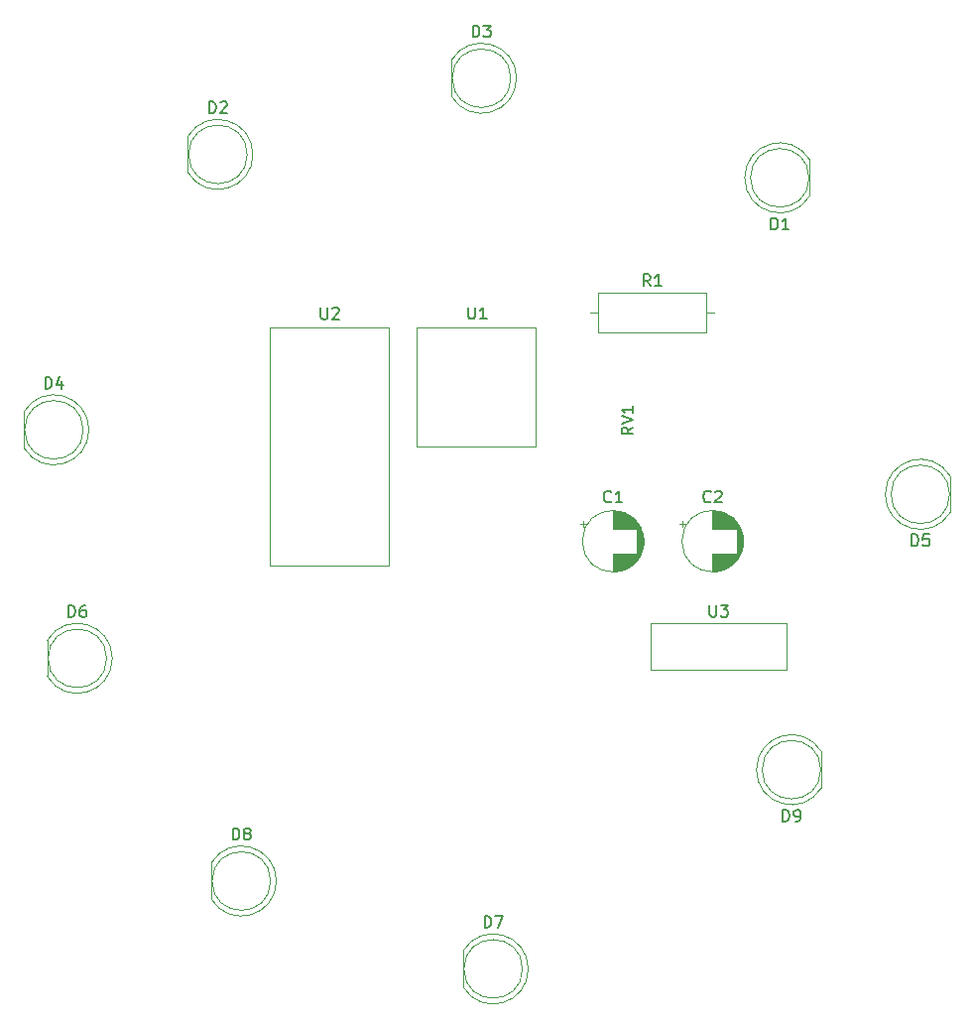
<source format=gto>
%TF.GenerationSoftware,KiCad,Pcbnew,(5.1.10)-1*%
%TF.CreationDate,2022-08-20T19:05:30-07:00*%
%TF.ProjectId,IEEE_PCB_1,49454545-5f50-4434-925f-312e6b696361,1*%
%TF.SameCoordinates,Original*%
%TF.FileFunction,Legend,Top*%
%TF.FilePolarity,Positive*%
%FSLAX46Y46*%
G04 Gerber Fmt 4.6, Leading zero omitted, Abs format (unit mm)*
G04 Created by KiCad (PCBNEW (5.1.10)-1) date 2022-08-20 19:05:30*
%MOMM*%
%LPD*%
G01*
G04 APERTURE LIST*
%ADD10C,0.120000*%
%ADD11C,0.150000*%
%ADD12C,1.600000*%
%ADD13R,1.600000X1.600000*%
%ADD14C,1.800000*%
%ADD15R,1.800000X1.800000*%
%ADD16O,1.600000X1.600000*%
%ADD17C,1.500000*%
%ADD18C,2.000000*%
G04 APERTURE END LIST*
D10*
%TO.C,C1*%
X152120000Y-108000000D02*
G75*
G03*
X152120000Y-108000000I-2620000J0D01*
G01*
X149500000Y-109040000D02*
X149500000Y-110580000D01*
X149500000Y-105420000D02*
X149500000Y-106960000D01*
X149540000Y-109040000D02*
X149540000Y-110580000D01*
X149540000Y-105420000D02*
X149540000Y-106960000D01*
X149580000Y-105421000D02*
X149580000Y-106960000D01*
X149580000Y-109040000D02*
X149580000Y-110579000D01*
X149620000Y-105422000D02*
X149620000Y-106960000D01*
X149620000Y-109040000D02*
X149620000Y-110578000D01*
X149660000Y-105424000D02*
X149660000Y-106960000D01*
X149660000Y-109040000D02*
X149660000Y-110576000D01*
X149700000Y-105427000D02*
X149700000Y-106960000D01*
X149700000Y-109040000D02*
X149700000Y-110573000D01*
X149740000Y-105431000D02*
X149740000Y-106960000D01*
X149740000Y-109040000D02*
X149740000Y-110569000D01*
X149780000Y-105435000D02*
X149780000Y-106960000D01*
X149780000Y-109040000D02*
X149780000Y-110565000D01*
X149820000Y-105439000D02*
X149820000Y-106960000D01*
X149820000Y-109040000D02*
X149820000Y-110561000D01*
X149860000Y-105444000D02*
X149860000Y-106960000D01*
X149860000Y-109040000D02*
X149860000Y-110556000D01*
X149900000Y-105450000D02*
X149900000Y-106960000D01*
X149900000Y-109040000D02*
X149900000Y-110550000D01*
X149940000Y-105457000D02*
X149940000Y-106960000D01*
X149940000Y-109040000D02*
X149940000Y-110543000D01*
X149980000Y-105464000D02*
X149980000Y-106960000D01*
X149980000Y-109040000D02*
X149980000Y-110536000D01*
X150020000Y-105472000D02*
X150020000Y-106960000D01*
X150020000Y-109040000D02*
X150020000Y-110528000D01*
X150060000Y-105480000D02*
X150060000Y-106960000D01*
X150060000Y-109040000D02*
X150060000Y-110520000D01*
X150100000Y-105489000D02*
X150100000Y-106960000D01*
X150100000Y-109040000D02*
X150100000Y-110511000D01*
X150140000Y-105499000D02*
X150140000Y-106960000D01*
X150140000Y-109040000D02*
X150140000Y-110501000D01*
X150180000Y-105509000D02*
X150180000Y-106960000D01*
X150180000Y-109040000D02*
X150180000Y-110491000D01*
X150221000Y-105520000D02*
X150221000Y-106960000D01*
X150221000Y-109040000D02*
X150221000Y-110480000D01*
X150261000Y-105532000D02*
X150261000Y-106960000D01*
X150261000Y-109040000D02*
X150261000Y-110468000D01*
X150301000Y-105545000D02*
X150301000Y-106960000D01*
X150301000Y-109040000D02*
X150301000Y-110455000D01*
X150341000Y-105558000D02*
X150341000Y-106960000D01*
X150341000Y-109040000D02*
X150341000Y-110442000D01*
X150381000Y-105572000D02*
X150381000Y-106960000D01*
X150381000Y-109040000D02*
X150381000Y-110428000D01*
X150421000Y-105586000D02*
X150421000Y-106960000D01*
X150421000Y-109040000D02*
X150421000Y-110414000D01*
X150461000Y-105602000D02*
X150461000Y-106960000D01*
X150461000Y-109040000D02*
X150461000Y-110398000D01*
X150501000Y-105618000D02*
X150501000Y-106960000D01*
X150501000Y-109040000D02*
X150501000Y-110382000D01*
X150541000Y-105635000D02*
X150541000Y-106960000D01*
X150541000Y-109040000D02*
X150541000Y-110365000D01*
X150581000Y-105652000D02*
X150581000Y-106960000D01*
X150581000Y-109040000D02*
X150581000Y-110348000D01*
X150621000Y-105671000D02*
X150621000Y-106960000D01*
X150621000Y-109040000D02*
X150621000Y-110329000D01*
X150661000Y-105690000D02*
X150661000Y-106960000D01*
X150661000Y-109040000D02*
X150661000Y-110310000D01*
X150701000Y-105710000D02*
X150701000Y-106960000D01*
X150701000Y-109040000D02*
X150701000Y-110290000D01*
X150741000Y-105732000D02*
X150741000Y-106960000D01*
X150741000Y-109040000D02*
X150741000Y-110268000D01*
X150781000Y-105753000D02*
X150781000Y-106960000D01*
X150781000Y-109040000D02*
X150781000Y-110247000D01*
X150821000Y-105776000D02*
X150821000Y-106960000D01*
X150821000Y-109040000D02*
X150821000Y-110224000D01*
X150861000Y-105800000D02*
X150861000Y-106960000D01*
X150861000Y-109040000D02*
X150861000Y-110200000D01*
X150901000Y-105825000D02*
X150901000Y-106960000D01*
X150901000Y-109040000D02*
X150901000Y-110175000D01*
X150941000Y-105851000D02*
X150941000Y-106960000D01*
X150941000Y-109040000D02*
X150941000Y-110149000D01*
X150981000Y-105878000D02*
X150981000Y-106960000D01*
X150981000Y-109040000D02*
X150981000Y-110122000D01*
X151021000Y-105905000D02*
X151021000Y-106960000D01*
X151021000Y-109040000D02*
X151021000Y-110095000D01*
X151061000Y-105935000D02*
X151061000Y-106960000D01*
X151061000Y-109040000D02*
X151061000Y-110065000D01*
X151101000Y-105965000D02*
X151101000Y-106960000D01*
X151101000Y-109040000D02*
X151101000Y-110035000D01*
X151141000Y-105996000D02*
X151141000Y-106960000D01*
X151141000Y-109040000D02*
X151141000Y-110004000D01*
X151181000Y-106029000D02*
X151181000Y-106960000D01*
X151181000Y-109040000D02*
X151181000Y-109971000D01*
X151221000Y-106063000D02*
X151221000Y-106960000D01*
X151221000Y-109040000D02*
X151221000Y-109937000D01*
X151261000Y-106099000D02*
X151261000Y-106960000D01*
X151261000Y-109040000D02*
X151261000Y-109901000D01*
X151301000Y-106136000D02*
X151301000Y-106960000D01*
X151301000Y-109040000D02*
X151301000Y-109864000D01*
X151341000Y-106174000D02*
X151341000Y-106960000D01*
X151341000Y-109040000D02*
X151341000Y-109826000D01*
X151381000Y-106215000D02*
X151381000Y-106960000D01*
X151381000Y-109040000D02*
X151381000Y-109785000D01*
X151421000Y-106257000D02*
X151421000Y-106960000D01*
X151421000Y-109040000D02*
X151421000Y-109743000D01*
X151461000Y-106301000D02*
X151461000Y-106960000D01*
X151461000Y-109040000D02*
X151461000Y-109699000D01*
X151501000Y-106347000D02*
X151501000Y-106960000D01*
X151501000Y-109040000D02*
X151501000Y-109653000D01*
X151541000Y-106395000D02*
X151541000Y-109605000D01*
X151581000Y-106446000D02*
X151581000Y-109554000D01*
X151621000Y-106500000D02*
X151621000Y-109500000D01*
X151661000Y-106557000D02*
X151661000Y-109443000D01*
X151701000Y-106617000D02*
X151701000Y-109383000D01*
X151741000Y-106681000D02*
X151741000Y-109319000D01*
X151781000Y-106749000D02*
X151781000Y-109251000D01*
X151821000Y-106822000D02*
X151821000Y-109178000D01*
X151861000Y-106902000D02*
X151861000Y-109098000D01*
X151901000Y-106989000D02*
X151901000Y-109011000D01*
X151941000Y-107085000D02*
X151941000Y-108915000D01*
X151981000Y-107195000D02*
X151981000Y-108805000D01*
X152021000Y-107323000D02*
X152021000Y-108677000D01*
X152061000Y-107482000D02*
X152061000Y-108518000D01*
X152101000Y-107716000D02*
X152101000Y-108284000D01*
X146695225Y-106525000D02*
X147195225Y-106525000D01*
X146945225Y-106275000D02*
X146945225Y-106775000D01*
%TO.C,C2*%
X155445225Y-106275000D02*
X155445225Y-106775000D01*
X155195225Y-106525000D02*
X155695225Y-106525000D01*
X160601000Y-107716000D02*
X160601000Y-108284000D01*
X160561000Y-107482000D02*
X160561000Y-108518000D01*
X160521000Y-107323000D02*
X160521000Y-108677000D01*
X160481000Y-107195000D02*
X160481000Y-108805000D01*
X160441000Y-107085000D02*
X160441000Y-108915000D01*
X160401000Y-106989000D02*
X160401000Y-109011000D01*
X160361000Y-106902000D02*
X160361000Y-109098000D01*
X160321000Y-106822000D02*
X160321000Y-109178000D01*
X160281000Y-106749000D02*
X160281000Y-109251000D01*
X160241000Y-106681000D02*
X160241000Y-109319000D01*
X160201000Y-106617000D02*
X160201000Y-109383000D01*
X160161000Y-106557000D02*
X160161000Y-109443000D01*
X160121000Y-106500000D02*
X160121000Y-109500000D01*
X160081000Y-106446000D02*
X160081000Y-109554000D01*
X160041000Y-106395000D02*
X160041000Y-109605000D01*
X160001000Y-109040000D02*
X160001000Y-109653000D01*
X160001000Y-106347000D02*
X160001000Y-106960000D01*
X159961000Y-109040000D02*
X159961000Y-109699000D01*
X159961000Y-106301000D02*
X159961000Y-106960000D01*
X159921000Y-109040000D02*
X159921000Y-109743000D01*
X159921000Y-106257000D02*
X159921000Y-106960000D01*
X159881000Y-109040000D02*
X159881000Y-109785000D01*
X159881000Y-106215000D02*
X159881000Y-106960000D01*
X159841000Y-109040000D02*
X159841000Y-109826000D01*
X159841000Y-106174000D02*
X159841000Y-106960000D01*
X159801000Y-109040000D02*
X159801000Y-109864000D01*
X159801000Y-106136000D02*
X159801000Y-106960000D01*
X159761000Y-109040000D02*
X159761000Y-109901000D01*
X159761000Y-106099000D02*
X159761000Y-106960000D01*
X159721000Y-109040000D02*
X159721000Y-109937000D01*
X159721000Y-106063000D02*
X159721000Y-106960000D01*
X159681000Y-109040000D02*
X159681000Y-109971000D01*
X159681000Y-106029000D02*
X159681000Y-106960000D01*
X159641000Y-109040000D02*
X159641000Y-110004000D01*
X159641000Y-105996000D02*
X159641000Y-106960000D01*
X159601000Y-109040000D02*
X159601000Y-110035000D01*
X159601000Y-105965000D02*
X159601000Y-106960000D01*
X159561000Y-109040000D02*
X159561000Y-110065000D01*
X159561000Y-105935000D02*
X159561000Y-106960000D01*
X159521000Y-109040000D02*
X159521000Y-110095000D01*
X159521000Y-105905000D02*
X159521000Y-106960000D01*
X159481000Y-109040000D02*
X159481000Y-110122000D01*
X159481000Y-105878000D02*
X159481000Y-106960000D01*
X159441000Y-109040000D02*
X159441000Y-110149000D01*
X159441000Y-105851000D02*
X159441000Y-106960000D01*
X159401000Y-109040000D02*
X159401000Y-110175000D01*
X159401000Y-105825000D02*
X159401000Y-106960000D01*
X159361000Y-109040000D02*
X159361000Y-110200000D01*
X159361000Y-105800000D02*
X159361000Y-106960000D01*
X159321000Y-109040000D02*
X159321000Y-110224000D01*
X159321000Y-105776000D02*
X159321000Y-106960000D01*
X159281000Y-109040000D02*
X159281000Y-110247000D01*
X159281000Y-105753000D02*
X159281000Y-106960000D01*
X159241000Y-109040000D02*
X159241000Y-110268000D01*
X159241000Y-105732000D02*
X159241000Y-106960000D01*
X159201000Y-109040000D02*
X159201000Y-110290000D01*
X159201000Y-105710000D02*
X159201000Y-106960000D01*
X159161000Y-109040000D02*
X159161000Y-110310000D01*
X159161000Y-105690000D02*
X159161000Y-106960000D01*
X159121000Y-109040000D02*
X159121000Y-110329000D01*
X159121000Y-105671000D02*
X159121000Y-106960000D01*
X159081000Y-109040000D02*
X159081000Y-110348000D01*
X159081000Y-105652000D02*
X159081000Y-106960000D01*
X159041000Y-109040000D02*
X159041000Y-110365000D01*
X159041000Y-105635000D02*
X159041000Y-106960000D01*
X159001000Y-109040000D02*
X159001000Y-110382000D01*
X159001000Y-105618000D02*
X159001000Y-106960000D01*
X158961000Y-109040000D02*
X158961000Y-110398000D01*
X158961000Y-105602000D02*
X158961000Y-106960000D01*
X158921000Y-109040000D02*
X158921000Y-110414000D01*
X158921000Y-105586000D02*
X158921000Y-106960000D01*
X158881000Y-109040000D02*
X158881000Y-110428000D01*
X158881000Y-105572000D02*
X158881000Y-106960000D01*
X158841000Y-109040000D02*
X158841000Y-110442000D01*
X158841000Y-105558000D02*
X158841000Y-106960000D01*
X158801000Y-109040000D02*
X158801000Y-110455000D01*
X158801000Y-105545000D02*
X158801000Y-106960000D01*
X158761000Y-109040000D02*
X158761000Y-110468000D01*
X158761000Y-105532000D02*
X158761000Y-106960000D01*
X158721000Y-109040000D02*
X158721000Y-110480000D01*
X158721000Y-105520000D02*
X158721000Y-106960000D01*
X158680000Y-109040000D02*
X158680000Y-110491000D01*
X158680000Y-105509000D02*
X158680000Y-106960000D01*
X158640000Y-109040000D02*
X158640000Y-110501000D01*
X158640000Y-105499000D02*
X158640000Y-106960000D01*
X158600000Y-109040000D02*
X158600000Y-110511000D01*
X158600000Y-105489000D02*
X158600000Y-106960000D01*
X158560000Y-109040000D02*
X158560000Y-110520000D01*
X158560000Y-105480000D02*
X158560000Y-106960000D01*
X158520000Y-109040000D02*
X158520000Y-110528000D01*
X158520000Y-105472000D02*
X158520000Y-106960000D01*
X158480000Y-109040000D02*
X158480000Y-110536000D01*
X158480000Y-105464000D02*
X158480000Y-106960000D01*
X158440000Y-109040000D02*
X158440000Y-110543000D01*
X158440000Y-105457000D02*
X158440000Y-106960000D01*
X158400000Y-109040000D02*
X158400000Y-110550000D01*
X158400000Y-105450000D02*
X158400000Y-106960000D01*
X158360000Y-109040000D02*
X158360000Y-110556000D01*
X158360000Y-105444000D02*
X158360000Y-106960000D01*
X158320000Y-109040000D02*
X158320000Y-110561000D01*
X158320000Y-105439000D02*
X158320000Y-106960000D01*
X158280000Y-109040000D02*
X158280000Y-110565000D01*
X158280000Y-105435000D02*
X158280000Y-106960000D01*
X158240000Y-109040000D02*
X158240000Y-110569000D01*
X158240000Y-105431000D02*
X158240000Y-106960000D01*
X158200000Y-109040000D02*
X158200000Y-110573000D01*
X158200000Y-105427000D02*
X158200000Y-106960000D01*
X158160000Y-109040000D02*
X158160000Y-110576000D01*
X158160000Y-105424000D02*
X158160000Y-106960000D01*
X158120000Y-109040000D02*
X158120000Y-110578000D01*
X158120000Y-105422000D02*
X158120000Y-106960000D01*
X158080000Y-109040000D02*
X158080000Y-110579000D01*
X158080000Y-105421000D02*
X158080000Y-106960000D01*
X158040000Y-105420000D02*
X158040000Y-106960000D01*
X158040000Y-109040000D02*
X158040000Y-110580000D01*
X158000000Y-105420000D02*
X158000000Y-106960000D01*
X158000000Y-109040000D02*
X158000000Y-110580000D01*
X160620000Y-108000000D02*
G75*
G03*
X160620000Y-108000000I-2620000J0D01*
G01*
%TO.C,D1*%
X166290000Y-78545000D02*
X166290000Y-75455000D01*
X166230000Y-77000000D02*
G75*
G03*
X166230000Y-77000000I-2500000J0D01*
G01*
X160740000Y-77000462D02*
G75*
G02*
X166290000Y-75455170I2990000J462D01*
G01*
X160740000Y-76999538D02*
G75*
G03*
X166290000Y-78544830I2990000J-462D01*
G01*
%TO.C,D2*%
X118270000Y-75000000D02*
G75*
G03*
X118270000Y-75000000I-2500000J0D01*
G01*
X113210000Y-73455000D02*
X113210000Y-76545000D01*
X118760000Y-75000462D02*
G75*
G03*
X113210000Y-73455170I-2990000J462D01*
G01*
X118760000Y-74999538D02*
G75*
G02*
X113210000Y-76544830I-2990000J-462D01*
G01*
%TO.C,D3*%
X135710000Y-66955000D02*
X135710000Y-70045000D01*
X140770000Y-68500000D02*
G75*
G03*
X140770000Y-68500000I-2500000J0D01*
G01*
X141260000Y-68499538D02*
G75*
G02*
X135710000Y-70044830I-2990000J-462D01*
G01*
X141260000Y-68500462D02*
G75*
G03*
X135710000Y-66955170I-2990000J462D01*
G01*
%TO.C,D4*%
X104270000Y-98500000D02*
G75*
G03*
X104270000Y-98500000I-2500000J0D01*
G01*
X99210000Y-96955000D02*
X99210000Y-100045000D01*
X104760000Y-98500462D02*
G75*
G03*
X99210000Y-96955170I-2990000J462D01*
G01*
X104760000Y-98499538D02*
G75*
G02*
X99210000Y-100044830I-2990000J-462D01*
G01*
%TO.C,D5*%
X178290000Y-105545000D02*
X178290000Y-102455000D01*
X178230000Y-104000000D02*
G75*
G03*
X178230000Y-104000000I-2500000J0D01*
G01*
X172740000Y-104000462D02*
G75*
G02*
X178290000Y-102455170I2990000J462D01*
G01*
X172740000Y-103999538D02*
G75*
G03*
X178290000Y-105544830I2990000J-462D01*
G01*
%TO.C,D6*%
X106270000Y-118000000D02*
G75*
G03*
X106270000Y-118000000I-2500000J0D01*
G01*
X101210000Y-116455000D02*
X101210000Y-119545000D01*
X106760000Y-118000462D02*
G75*
G03*
X101210000Y-116455170I-2990000J462D01*
G01*
X106760000Y-117999538D02*
G75*
G02*
X101210000Y-119544830I-2990000J-462D01*
G01*
%TO.C,D7*%
X136710000Y-142955000D02*
X136710000Y-146045000D01*
X141770000Y-144500000D02*
G75*
G03*
X141770000Y-144500000I-2500000J0D01*
G01*
X142260000Y-144499538D02*
G75*
G02*
X136710000Y-146044830I-2990000J-462D01*
G01*
X142260000Y-144500462D02*
G75*
G03*
X136710000Y-142955170I-2990000J462D01*
G01*
%TO.C,D8*%
X120270000Y-137000000D02*
G75*
G03*
X120270000Y-137000000I-2500000J0D01*
G01*
X115210000Y-135455000D02*
X115210000Y-138545000D01*
X120760000Y-137000462D02*
G75*
G03*
X115210000Y-135455170I-2990000J462D01*
G01*
X120760000Y-136999538D02*
G75*
G02*
X115210000Y-138544830I-2990000J-462D01*
G01*
%TO.C,D9*%
X167230000Y-127500000D02*
G75*
G03*
X167230000Y-127500000I-2500000J0D01*
G01*
X167290000Y-129045000D02*
X167290000Y-125955000D01*
X161740000Y-127499538D02*
G75*
G03*
X167290000Y-129044830I2990000J-462D01*
G01*
X161740000Y-127500462D02*
G75*
G02*
X167290000Y-125955170I2990000J462D01*
G01*
%TO.C,R1*%
X158160000Y-88500000D02*
X157470000Y-88500000D01*
X147540000Y-88500000D02*
X148230000Y-88500000D01*
X157470000Y-86780000D02*
X148230000Y-86780000D01*
X157470000Y-90220000D02*
X157470000Y-86780000D01*
X148230000Y-90220000D02*
X157470000Y-90220000D01*
X148230000Y-86780000D02*
X148230000Y-90220000D01*
%TO.C,U1*%
X132730000Y-99890000D02*
X132730000Y-89730000D01*
X142890000Y-99890000D02*
X132730000Y-99890000D01*
X142890000Y-89730000D02*
X142890000Y-99890000D01*
X132730000Y-89730000D02*
X142890000Y-89730000D01*
%TO.C,U2*%
X130390000Y-89730000D02*
X120230000Y-89730000D01*
X130400000Y-110060000D02*
X130390000Y-89730000D01*
X120230000Y-110050000D02*
X130400000Y-110060000D01*
X120230000Y-89730000D02*
X120230000Y-110050000D01*
%TO.C,U3*%
X152700000Y-119000000D02*
X152700000Y-115000000D01*
X164300000Y-119000000D02*
X152700000Y-119000000D01*
X164300000Y-115000000D02*
X164300000Y-119000000D01*
X152700000Y-115000000D02*
X164300000Y-115000000D01*
%TO.C,*%
D11*
%TO.C,C1*%
X149333333Y-104607142D02*
X149285714Y-104654761D01*
X149142857Y-104702380D01*
X149047619Y-104702380D01*
X148904761Y-104654761D01*
X148809523Y-104559523D01*
X148761904Y-104464285D01*
X148714285Y-104273809D01*
X148714285Y-104130952D01*
X148761904Y-103940476D01*
X148809523Y-103845238D01*
X148904761Y-103750000D01*
X149047619Y-103702380D01*
X149142857Y-103702380D01*
X149285714Y-103750000D01*
X149333333Y-103797619D01*
X150285714Y-104702380D02*
X149714285Y-104702380D01*
X150000000Y-104702380D02*
X150000000Y-103702380D01*
X149904761Y-103845238D01*
X149809523Y-103940476D01*
X149714285Y-103988095D01*
%TO.C,C2*%
X157833333Y-104607142D02*
X157785714Y-104654761D01*
X157642857Y-104702380D01*
X157547619Y-104702380D01*
X157404761Y-104654761D01*
X157309523Y-104559523D01*
X157261904Y-104464285D01*
X157214285Y-104273809D01*
X157214285Y-104130952D01*
X157261904Y-103940476D01*
X157309523Y-103845238D01*
X157404761Y-103750000D01*
X157547619Y-103702380D01*
X157642857Y-103702380D01*
X157785714Y-103750000D01*
X157833333Y-103797619D01*
X158214285Y-103797619D02*
X158261904Y-103750000D01*
X158357142Y-103702380D01*
X158595238Y-103702380D01*
X158690476Y-103750000D01*
X158738095Y-103797619D01*
X158785714Y-103892857D01*
X158785714Y-103988095D01*
X158738095Y-104130952D01*
X158166666Y-104702380D01*
X158785714Y-104702380D01*
%TO.C,D1*%
X162991904Y-81412380D02*
X162991904Y-80412380D01*
X163230000Y-80412380D01*
X163372857Y-80460000D01*
X163468095Y-80555238D01*
X163515714Y-80650476D01*
X163563333Y-80840952D01*
X163563333Y-80983809D01*
X163515714Y-81174285D01*
X163468095Y-81269523D01*
X163372857Y-81364761D01*
X163230000Y-81412380D01*
X162991904Y-81412380D01*
X164515714Y-81412380D02*
X163944285Y-81412380D01*
X164230000Y-81412380D02*
X164230000Y-80412380D01*
X164134761Y-80555238D01*
X164039523Y-80650476D01*
X163944285Y-80698095D01*
%TO.C,D2*%
X115031904Y-71492380D02*
X115031904Y-70492380D01*
X115270000Y-70492380D01*
X115412857Y-70540000D01*
X115508095Y-70635238D01*
X115555714Y-70730476D01*
X115603333Y-70920952D01*
X115603333Y-71063809D01*
X115555714Y-71254285D01*
X115508095Y-71349523D01*
X115412857Y-71444761D01*
X115270000Y-71492380D01*
X115031904Y-71492380D01*
X115984285Y-70587619D02*
X116031904Y-70540000D01*
X116127142Y-70492380D01*
X116365238Y-70492380D01*
X116460476Y-70540000D01*
X116508095Y-70587619D01*
X116555714Y-70682857D01*
X116555714Y-70778095D01*
X116508095Y-70920952D01*
X115936666Y-71492380D01*
X116555714Y-71492380D01*
%TO.C,D3*%
X137531904Y-64992380D02*
X137531904Y-63992380D01*
X137770000Y-63992380D01*
X137912857Y-64040000D01*
X138008095Y-64135238D01*
X138055714Y-64230476D01*
X138103333Y-64420952D01*
X138103333Y-64563809D01*
X138055714Y-64754285D01*
X138008095Y-64849523D01*
X137912857Y-64944761D01*
X137770000Y-64992380D01*
X137531904Y-64992380D01*
X138436666Y-63992380D02*
X139055714Y-63992380D01*
X138722380Y-64373333D01*
X138865238Y-64373333D01*
X138960476Y-64420952D01*
X139008095Y-64468571D01*
X139055714Y-64563809D01*
X139055714Y-64801904D01*
X139008095Y-64897142D01*
X138960476Y-64944761D01*
X138865238Y-64992380D01*
X138579523Y-64992380D01*
X138484285Y-64944761D01*
X138436666Y-64897142D01*
%TO.C,D4*%
X101031904Y-94992380D02*
X101031904Y-93992380D01*
X101270000Y-93992380D01*
X101412857Y-94040000D01*
X101508095Y-94135238D01*
X101555714Y-94230476D01*
X101603333Y-94420952D01*
X101603333Y-94563809D01*
X101555714Y-94754285D01*
X101508095Y-94849523D01*
X101412857Y-94944761D01*
X101270000Y-94992380D01*
X101031904Y-94992380D01*
X102460476Y-94325714D02*
X102460476Y-94992380D01*
X102222380Y-93944761D02*
X101984285Y-94659047D01*
X102603333Y-94659047D01*
%TO.C,D5*%
X174991904Y-108412380D02*
X174991904Y-107412380D01*
X175230000Y-107412380D01*
X175372857Y-107460000D01*
X175468095Y-107555238D01*
X175515714Y-107650476D01*
X175563333Y-107840952D01*
X175563333Y-107983809D01*
X175515714Y-108174285D01*
X175468095Y-108269523D01*
X175372857Y-108364761D01*
X175230000Y-108412380D01*
X174991904Y-108412380D01*
X176468095Y-107412380D02*
X175991904Y-107412380D01*
X175944285Y-107888571D01*
X175991904Y-107840952D01*
X176087142Y-107793333D01*
X176325238Y-107793333D01*
X176420476Y-107840952D01*
X176468095Y-107888571D01*
X176515714Y-107983809D01*
X176515714Y-108221904D01*
X176468095Y-108317142D01*
X176420476Y-108364761D01*
X176325238Y-108412380D01*
X176087142Y-108412380D01*
X175991904Y-108364761D01*
X175944285Y-108317142D01*
%TO.C,D6*%
X103031904Y-114492380D02*
X103031904Y-113492380D01*
X103270000Y-113492380D01*
X103412857Y-113540000D01*
X103508095Y-113635238D01*
X103555714Y-113730476D01*
X103603333Y-113920952D01*
X103603333Y-114063809D01*
X103555714Y-114254285D01*
X103508095Y-114349523D01*
X103412857Y-114444761D01*
X103270000Y-114492380D01*
X103031904Y-114492380D01*
X104460476Y-113492380D02*
X104270000Y-113492380D01*
X104174761Y-113540000D01*
X104127142Y-113587619D01*
X104031904Y-113730476D01*
X103984285Y-113920952D01*
X103984285Y-114301904D01*
X104031904Y-114397142D01*
X104079523Y-114444761D01*
X104174761Y-114492380D01*
X104365238Y-114492380D01*
X104460476Y-114444761D01*
X104508095Y-114397142D01*
X104555714Y-114301904D01*
X104555714Y-114063809D01*
X104508095Y-113968571D01*
X104460476Y-113920952D01*
X104365238Y-113873333D01*
X104174761Y-113873333D01*
X104079523Y-113920952D01*
X104031904Y-113968571D01*
X103984285Y-114063809D01*
%TO.C,D7*%
X138531904Y-140992380D02*
X138531904Y-139992380D01*
X138770000Y-139992380D01*
X138912857Y-140040000D01*
X139008095Y-140135238D01*
X139055714Y-140230476D01*
X139103333Y-140420952D01*
X139103333Y-140563809D01*
X139055714Y-140754285D01*
X139008095Y-140849523D01*
X138912857Y-140944761D01*
X138770000Y-140992380D01*
X138531904Y-140992380D01*
X139436666Y-139992380D02*
X140103333Y-139992380D01*
X139674761Y-140992380D01*
%TO.C,D8*%
X117031904Y-133492380D02*
X117031904Y-132492380D01*
X117270000Y-132492380D01*
X117412857Y-132540000D01*
X117508095Y-132635238D01*
X117555714Y-132730476D01*
X117603333Y-132920952D01*
X117603333Y-133063809D01*
X117555714Y-133254285D01*
X117508095Y-133349523D01*
X117412857Y-133444761D01*
X117270000Y-133492380D01*
X117031904Y-133492380D01*
X118174761Y-132920952D02*
X118079523Y-132873333D01*
X118031904Y-132825714D01*
X117984285Y-132730476D01*
X117984285Y-132682857D01*
X118031904Y-132587619D01*
X118079523Y-132540000D01*
X118174761Y-132492380D01*
X118365238Y-132492380D01*
X118460476Y-132540000D01*
X118508095Y-132587619D01*
X118555714Y-132682857D01*
X118555714Y-132730476D01*
X118508095Y-132825714D01*
X118460476Y-132873333D01*
X118365238Y-132920952D01*
X118174761Y-132920952D01*
X118079523Y-132968571D01*
X118031904Y-133016190D01*
X117984285Y-133111428D01*
X117984285Y-133301904D01*
X118031904Y-133397142D01*
X118079523Y-133444761D01*
X118174761Y-133492380D01*
X118365238Y-133492380D01*
X118460476Y-133444761D01*
X118508095Y-133397142D01*
X118555714Y-133301904D01*
X118555714Y-133111428D01*
X118508095Y-133016190D01*
X118460476Y-132968571D01*
X118365238Y-132920952D01*
%TO.C,D9*%
X163991904Y-131912380D02*
X163991904Y-130912380D01*
X164230000Y-130912380D01*
X164372857Y-130960000D01*
X164468095Y-131055238D01*
X164515714Y-131150476D01*
X164563333Y-131340952D01*
X164563333Y-131483809D01*
X164515714Y-131674285D01*
X164468095Y-131769523D01*
X164372857Y-131864761D01*
X164230000Y-131912380D01*
X163991904Y-131912380D01*
X165039523Y-131912380D02*
X165230000Y-131912380D01*
X165325238Y-131864761D01*
X165372857Y-131817142D01*
X165468095Y-131674285D01*
X165515714Y-131483809D01*
X165515714Y-131102857D01*
X165468095Y-131007619D01*
X165420476Y-130960000D01*
X165325238Y-130912380D01*
X165134761Y-130912380D01*
X165039523Y-130960000D01*
X164991904Y-131007619D01*
X164944285Y-131102857D01*
X164944285Y-131340952D01*
X164991904Y-131436190D01*
X165039523Y-131483809D01*
X165134761Y-131531428D01*
X165325238Y-131531428D01*
X165420476Y-131483809D01*
X165468095Y-131436190D01*
X165515714Y-131340952D01*
%TO.C,R1*%
X152683333Y-86232380D02*
X152350000Y-85756190D01*
X152111904Y-86232380D02*
X152111904Y-85232380D01*
X152492857Y-85232380D01*
X152588095Y-85280000D01*
X152635714Y-85327619D01*
X152683333Y-85422857D01*
X152683333Y-85565714D01*
X152635714Y-85660952D01*
X152588095Y-85708571D01*
X152492857Y-85756190D01*
X152111904Y-85756190D01*
X153635714Y-86232380D02*
X153064285Y-86232380D01*
X153350000Y-86232380D02*
X153350000Y-85232380D01*
X153254761Y-85375238D01*
X153159523Y-85470476D01*
X153064285Y-85518095D01*
%TO.C,RV1*%
X151220380Y-98277738D02*
X150744190Y-98611071D01*
X151220380Y-98849166D02*
X150220380Y-98849166D01*
X150220380Y-98468214D01*
X150268000Y-98372976D01*
X150315619Y-98325357D01*
X150410857Y-98277738D01*
X150553714Y-98277738D01*
X150648952Y-98325357D01*
X150696571Y-98372976D01*
X150744190Y-98468214D01*
X150744190Y-98849166D01*
X150220380Y-97992023D02*
X151220380Y-97658690D01*
X150220380Y-97325357D01*
X151220380Y-96468214D02*
X151220380Y-97039642D01*
X151220380Y-96753928D02*
X150220380Y-96753928D01*
X150363238Y-96849166D01*
X150458476Y-96944404D01*
X150506095Y-97039642D01*
%TO.C,U1*%
X137148095Y-88042380D02*
X137148095Y-88851904D01*
X137195714Y-88947142D01*
X137243333Y-88994761D01*
X137338571Y-89042380D01*
X137529047Y-89042380D01*
X137624285Y-88994761D01*
X137671904Y-88947142D01*
X137719523Y-88851904D01*
X137719523Y-88042380D01*
X138719523Y-89042380D02*
X138148095Y-89042380D01*
X138433809Y-89042380D02*
X138433809Y-88042380D01*
X138338571Y-88185238D01*
X138243333Y-88280476D01*
X138148095Y-88328095D01*
%TO.C,U2*%
X124558095Y-88062380D02*
X124558095Y-88871904D01*
X124605714Y-88967142D01*
X124653333Y-89014761D01*
X124748571Y-89062380D01*
X124939047Y-89062380D01*
X125034285Y-89014761D01*
X125081904Y-88967142D01*
X125129523Y-88871904D01*
X125129523Y-88062380D01*
X125558095Y-88157619D02*
X125605714Y-88110000D01*
X125700952Y-88062380D01*
X125939047Y-88062380D01*
X126034285Y-88110000D01*
X126081904Y-88157619D01*
X126129523Y-88252857D01*
X126129523Y-88348095D01*
X126081904Y-88490952D01*
X125510476Y-89062380D01*
X126129523Y-89062380D01*
%TO.C,U3*%
X157738095Y-113452380D02*
X157738095Y-114261904D01*
X157785714Y-114357142D01*
X157833333Y-114404761D01*
X157928571Y-114452380D01*
X158119047Y-114452380D01*
X158214285Y-114404761D01*
X158261904Y-114357142D01*
X158309523Y-114261904D01*
X158309523Y-113452380D01*
X158690476Y-113452380D02*
X159309523Y-113452380D01*
X158976190Y-113833333D01*
X159119047Y-113833333D01*
X159214285Y-113880952D01*
X159261904Y-113928571D01*
X159309523Y-114023809D01*
X159309523Y-114261904D01*
X159261904Y-114357142D01*
X159214285Y-114404761D01*
X159119047Y-114452380D01*
X158833333Y-114452380D01*
X158738095Y-114404761D01*
X158690476Y-114357142D01*
%TD*%
%LPC*%
D12*
%TO.C,C1*%
X150500000Y-108000000D03*
D13*
X148500000Y-108000000D03*
%TD*%
%TO.C,C2*%
X157000000Y-108000000D03*
D12*
X159000000Y-108000000D03*
%TD*%
D14*
%TO.C,D1*%
X162460000Y-77000000D03*
D15*
X165000000Y-77000000D03*
%TD*%
%TO.C,D2*%
X114500000Y-75000000D03*
D14*
X117040000Y-75000000D03*
%TD*%
%TO.C,D3*%
X139540000Y-68500000D03*
D15*
X137000000Y-68500000D03*
%TD*%
%TO.C,D4*%
X100500000Y-98500000D03*
D14*
X103040000Y-98500000D03*
%TD*%
%TO.C,D5*%
X174460000Y-104000000D03*
D15*
X177000000Y-104000000D03*
%TD*%
%TO.C,D6*%
X102500000Y-118000000D03*
D14*
X105040000Y-118000000D03*
%TD*%
%TO.C,D7*%
X140540000Y-144500000D03*
D15*
X138000000Y-144500000D03*
%TD*%
%TO.C,D8*%
X116500000Y-137000000D03*
D14*
X119040000Y-137000000D03*
%TD*%
D15*
%TO.C,D9*%
X166000000Y-127500000D03*
D14*
X163460000Y-127500000D03*
%TD*%
D12*
%TO.C,R1*%
X146500000Y-88500000D03*
D16*
X159200000Y-88500000D03*
%TD*%
D12*
%TO.C,RV1*%
X155000000Y-100500000D03*
X152500000Y-98000000D03*
X155000000Y-95500000D03*
%TD*%
D17*
%TO.C,U1*%
X134000000Y-91000000D03*
X134000000Y-93540000D03*
X134000000Y-96080000D03*
X134000000Y-98620000D03*
X141620000Y-91000000D03*
X141620000Y-98620000D03*
X141620000Y-96080000D03*
X141620000Y-93540000D03*
%TD*%
%TO.C,U2*%
X121500000Y-91000000D03*
X121500000Y-93540000D03*
X121500000Y-96080000D03*
X121500000Y-98620000D03*
X121500000Y-101160000D03*
X121500000Y-103700000D03*
X121500000Y-106240000D03*
X121500000Y-108780000D03*
X129120000Y-106240000D03*
X129120000Y-108780000D03*
X129120000Y-103700000D03*
X129120000Y-96080000D03*
X129120000Y-101160000D03*
X129120000Y-91000000D03*
X129120000Y-98620000D03*
X129120000Y-93540000D03*
%TD*%
D18*
%TO.C,U3*%
X158500000Y-117000000D03*
X161000000Y-117000000D03*
X156000000Y-117000000D03*
%TD*%
M02*

</source>
